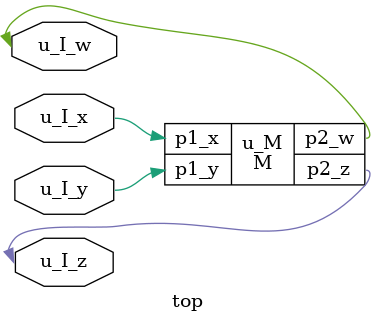
<source format=v>

module M ( p1_y, p1_x, p2_z, p2_w);
// pragma CVASTRPROP MODULE HDLICE HDL_MODULE_ATTRIBUTE "0 vlog atb"
input p1_y;
input p1_x;
output p2_z;
output p2_w;
Q_AN02 U0 ( .A0(p1_y), .A1(p1_x), .Z(p2_z));
Q_XOR2 U1 ( .A0(p1_y), .A1(p1_x), .Z(p2_w));
endmodule

module top ( u_I_y, u_I_x, u_I_z, u_I_w);
// pragma CVASTRPROP MODULE HDLICE HDL_MODULE_ATTRIBUTE "0 vlog atb"
inout u_I_y;
inout u_I_x;
inout u_I_z;
inout u_I_w;
M u_M ( .p1_y( u_I_y), .p1_x( u_I_x), .p2_z( u_I_z), .p2_w( u_I_w));
`ifdef Q_DISPLAY_BUFFER_USE
`ifdef CBV
`else
Q_DISPLAY_BUFFER Q_DISPLAY_BUFFER ();
`endif
`endif
`ifdef Q_HDL_ROOT_USE
Q_HDL_ROOT Q_HDL_ROOT ();
`endif
endmodule

</source>
